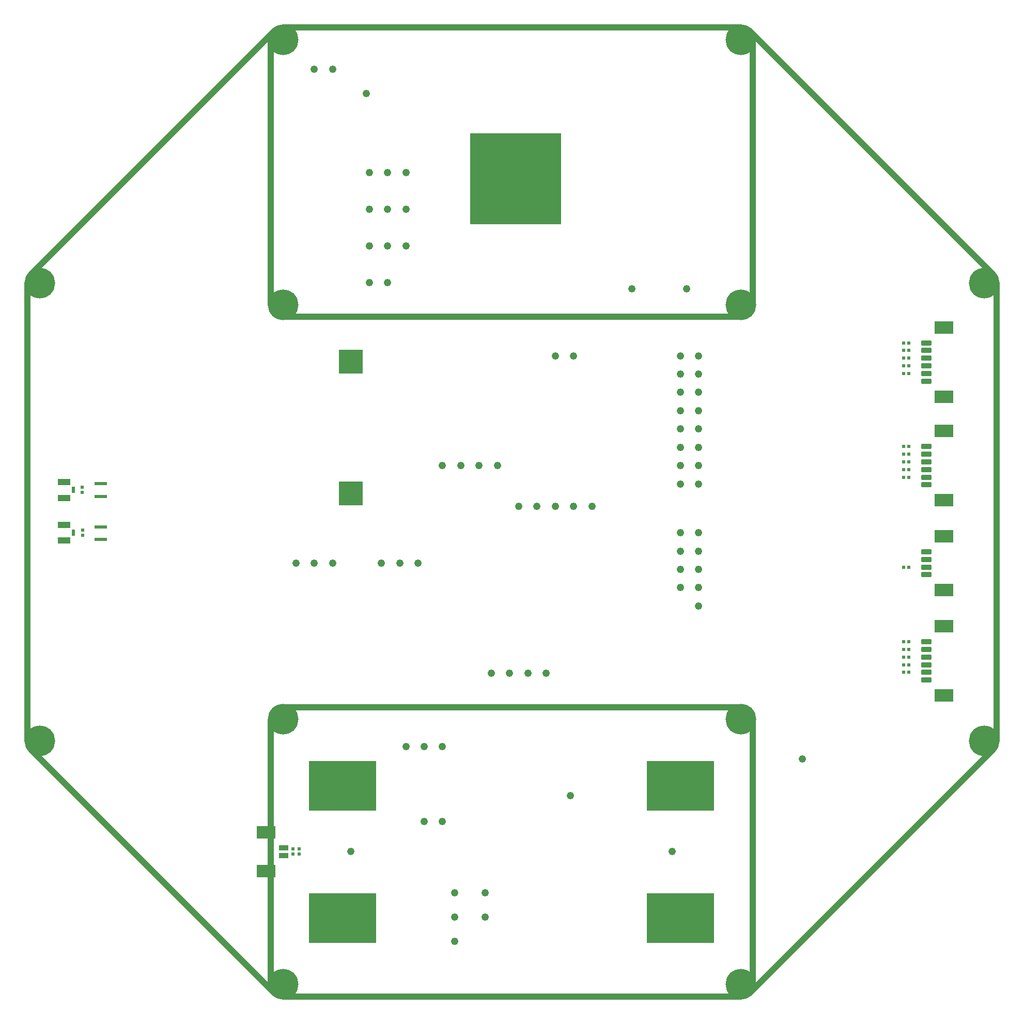
<source format=gbs>
G04*
G04 #@! TF.GenerationSoftware,Altium Limited,Altium Designer,20.0.13 (296)*
G04*
G04 Layer_Color=16711935*
%FSLAX25Y25*%
%MOIN*%
G70*
G01*
G75*
%ADD69C,0.03937*%
%ADD70C,0.01000*%
%ADD93R,0.02126X0.01929*%
%ADD104R,0.11890X0.08346*%
G04:AMPARAMS|DCode=105|XSize=63.78mil|YSize=32.68mil|CornerRadius=3.58mil|HoleSize=0mil|Usage=FLASHONLY|Rotation=0.000|XOffset=0mil|YOffset=0mil|HoleType=Round|Shape=RoundedRectangle|*
%AMROUNDEDRECTD105*
21,1,0.06378,0.02551,0,0,0.0*
21,1,0.05661,0.03268,0,0,0.0*
1,1,0.00717,0.02831,-0.01276*
1,1,0.00717,-0.02831,-0.01276*
1,1,0.00717,-0.02831,0.01276*
1,1,0.00717,0.02831,0.01276*
%
%ADD105ROUNDEDRECTD105*%
%ADD106R,0.07953X0.04016*%
%ADD107R,0.02441X0.04016*%
%ADD119R,0.01929X0.02126*%
%ADD122C,0.09921*%
%ADD123C,0.02953*%
%ADD124C,0.19764*%
%ADD125C,0.04803*%
%ADD141R,0.59055X0.59055*%
%ADD142R,0.07953X0.02441*%
%ADD143R,0.06378X0.03268*%
%ADD144R,0.15827X0.15827*%
%ADD145R,0.43701X0.31890*%
D69*
X633000Y468074D02*
G03*
X630694Y473642I-7874J0D01*
G01*
X630694Y167230D02*
G03*
X633000Y172798I-5568J5568D01*
G01*
X468074Y7873D02*
G03*
X473642Y10179I0J7874D01*
G01*
X167230Y10179D02*
G03*
X172798Y7873I5568J5568D01*
G01*
X7873Y172799D02*
G03*
X10179Y167231I7874J0D01*
G01*
X172799Y633000D02*
G03*
X167231Y630694I0J-7874D01*
G01*
X10179Y473643D02*
G03*
X7873Y468075I5568J-5568D01*
G01*
X172799Y446352D02*
X468075Y446353D01*
X475949Y625126D02*
X475949Y454773D01*
X164925Y624579D02*
X164925Y454226D01*
X475948Y186647D02*
X475948Y16294D01*
X164924Y186100D02*
X164924Y15747D01*
X172798Y194520D02*
X468074Y194521D01*
X473643Y630693D02*
X630694Y473642D01*
X473642Y10179D02*
X630693Y167230D01*
X172799Y7873D02*
X468074Y7873D01*
X10179Y167231D02*
X167230Y10180D01*
X10180Y473643D02*
X167231Y630694D01*
X7873Y468074D02*
X7873Y172799D01*
X7873Y468074D02*
X7873Y172799D01*
X633000Y468074D02*
X633000Y172799D01*
X172799Y7873D02*
X468074Y7873D01*
X172799Y633000D02*
X468074Y633000D01*
D70*
X10179Y473643D02*
X10180D01*
X167230Y630694D02*
X167231D01*
D93*
X183071Y103091D02*
D03*
Y99705D02*
D03*
X43200Y333007D02*
D03*
Y336393D02*
D03*
X43307Y305394D02*
D03*
Y308780D02*
D03*
X179134Y103091D02*
D03*
Y99705D02*
D03*
D104*
X599213Y439608D02*
D03*
Y394923D02*
D03*
Y304823D02*
D03*
Y269980D02*
D03*
X161811Y113898D02*
D03*
Y88898D02*
D03*
X599213Y372679D02*
D03*
Y327994D02*
D03*
Y246694D02*
D03*
Y202009D02*
D03*
D105*
X587795Y424647D02*
D03*
Y429568D02*
D03*
Y419726D02*
D03*
Y409883D02*
D03*
Y414805D02*
D03*
Y404962D02*
D03*
Y289862D02*
D03*
Y294783D02*
D03*
Y284941D02*
D03*
Y280020D02*
D03*
Y357718D02*
D03*
Y362639D02*
D03*
Y352797D02*
D03*
Y342954D02*
D03*
Y347876D02*
D03*
Y338033D02*
D03*
Y231734D02*
D03*
Y236655D02*
D03*
Y226813D02*
D03*
Y216970D02*
D03*
Y221891D02*
D03*
Y212049D02*
D03*
D106*
X31496Y339764D02*
D03*
Y329528D02*
D03*
X31492Y312205D02*
D03*
Y301969D02*
D03*
D107*
X37402Y334646D02*
D03*
X37398Y307087D02*
D03*
D119*
X576496Y284941D02*
D03*
X573110D02*
D03*
Y342954D02*
D03*
X576496D02*
D03*
X573110Y347876D02*
D03*
X576496D02*
D03*
X573110Y352797D02*
D03*
X576496D02*
D03*
X573110Y216970D02*
D03*
X576496D02*
D03*
X573110Y221891D02*
D03*
X576496D02*
D03*
X573110Y226813D02*
D03*
X576496D02*
D03*
X573110Y409883D02*
D03*
X576496D02*
D03*
X573110Y414805D02*
D03*
X576496D02*
D03*
X573110Y419726D02*
D03*
X576496D02*
D03*
X573110Y357718D02*
D03*
X576496D02*
D03*
X573110Y362639D02*
D03*
X576496D02*
D03*
X573110Y231734D02*
D03*
X576496D02*
D03*
X573110Y236655D02*
D03*
X576496D02*
D03*
X573110Y424647D02*
D03*
X576496D02*
D03*
X573110Y429568D02*
D03*
X576496D02*
D03*
D122*
X444202Y58479D02*
D03*
X414202Y68480D02*
D03*
Y48480D02*
D03*
X226171D02*
D03*
Y68480D02*
D03*
X196171Y58479D02*
D03*
Y143924D02*
D03*
X226171Y153924D02*
D03*
Y133924D02*
D03*
X414202D02*
D03*
Y153924D02*
D03*
X444202Y143924D02*
D03*
D123*
X475948Y68197D02*
D03*
Y60717D02*
D03*
Y53237D02*
D03*
Y45757D02*
D03*
Y38277D02*
D03*
Y23317D02*
D03*
Y30797D02*
D03*
Y165437D02*
D03*
Y83157D02*
D03*
Y75677D02*
D03*
Y120557D02*
D03*
Y128037D02*
D03*
Y135517D02*
D03*
Y142997D02*
D03*
Y150477D02*
D03*
Y157957D02*
D03*
Y172917D02*
D03*
X164872Y157957D02*
D03*
Y150477D02*
D03*
Y142997D02*
D03*
Y135517D02*
D03*
Y128037D02*
D03*
Y120557D02*
D03*
Y75677D02*
D03*
X164900Y81400D02*
D03*
X164872Y165437D02*
D03*
X164872Y23317D02*
D03*
X164872Y38277D02*
D03*
Y45757D02*
D03*
Y53237D02*
D03*
Y60717D02*
D03*
Y68197D02*
D03*
X7873Y196761D02*
D03*
Y180800D02*
D03*
Y188780D02*
D03*
Y324448D02*
D03*
Y236663D02*
D03*
Y228683D02*
D03*
Y220702D02*
D03*
Y212722D02*
D03*
Y204741D02*
D03*
Y244643D02*
D03*
Y252624D02*
D03*
Y260604D02*
D03*
Y268585D02*
D03*
Y276565D02*
D03*
Y284545D02*
D03*
Y292526D02*
D03*
Y300506D02*
D03*
Y308487D02*
D03*
Y316467D02*
D03*
Y452134D02*
D03*
Y364350D02*
D03*
Y356369D02*
D03*
Y348389D02*
D03*
Y340408D02*
D03*
Y332428D02*
D03*
Y372330D02*
D03*
Y380311D02*
D03*
Y388291D02*
D03*
Y396271D02*
D03*
Y404252D02*
D03*
Y412232D02*
D03*
Y420213D02*
D03*
Y428193D02*
D03*
Y436173D02*
D03*
Y444154D02*
D03*
Y460115D02*
D03*
X633000Y444112D02*
D03*
Y460073D02*
D03*
Y452093D02*
D03*
Y316425D02*
D03*
Y404210D02*
D03*
Y412190D02*
D03*
Y420171D02*
D03*
Y428151D02*
D03*
Y436132D02*
D03*
Y396230D02*
D03*
Y388249D02*
D03*
Y380269D02*
D03*
Y372288D02*
D03*
Y364308D02*
D03*
Y356328D02*
D03*
Y348347D02*
D03*
Y340367D02*
D03*
Y332386D02*
D03*
Y324406D02*
D03*
Y188739D02*
D03*
Y276523D02*
D03*
Y284504D02*
D03*
Y292484D02*
D03*
Y300465D02*
D03*
Y308445D02*
D03*
Y268543D02*
D03*
Y260562D02*
D03*
Y252582D02*
D03*
Y244602D02*
D03*
Y236621D02*
D03*
Y228641D02*
D03*
Y220660D02*
D03*
Y212680D02*
D03*
Y204700D02*
D03*
Y196719D02*
D03*
Y180758D02*
D03*
X444112Y7873D02*
D03*
X460073D02*
D03*
X452093D02*
D03*
X316425D02*
D03*
X404210D02*
D03*
X412190D02*
D03*
X420171D02*
D03*
X428151D02*
D03*
X436132D02*
D03*
X396230D02*
D03*
X388249D02*
D03*
X380269D02*
D03*
X372288D02*
D03*
X364308D02*
D03*
X356328D02*
D03*
X348347D02*
D03*
X340367D02*
D03*
X332386D02*
D03*
X324406D02*
D03*
X188739D02*
D03*
X276523D02*
D03*
X284504D02*
D03*
X292484D02*
D03*
X300465D02*
D03*
X308445D02*
D03*
X268543D02*
D03*
X260562D02*
D03*
X252582D02*
D03*
X244602D02*
D03*
X236621D02*
D03*
X228641D02*
D03*
X220660D02*
D03*
X212680D02*
D03*
X204699D02*
D03*
X196719D02*
D03*
X180758D02*
D03*
X459159Y633000D02*
D03*
X443301Y633000D02*
D03*
X435373D02*
D03*
X427444D02*
D03*
X419515D02*
D03*
X411586D02*
D03*
X403658D02*
D03*
X395729D02*
D03*
X387800D02*
D03*
X379871D02*
D03*
X371943D02*
D03*
X332299D02*
D03*
X340228D02*
D03*
X348156D02*
D03*
X356085D02*
D03*
X364014D02*
D03*
X451230D02*
D03*
X316441D02*
D03*
X308512D02*
D03*
X300584D02*
D03*
X292655D02*
D03*
X284726D02*
D03*
X276798D02*
D03*
X268869D02*
D03*
X260940D02*
D03*
X253011D02*
D03*
X245082D02*
D03*
X205439D02*
D03*
X213367D02*
D03*
X221296D02*
D03*
X229225D02*
D03*
X237154D02*
D03*
X324370D02*
D03*
X189581D02*
D03*
X181652Y633000D02*
D03*
X197510Y633000D02*
D03*
D124*
X468074Y186647D02*
D03*
X172798D02*
D03*
X468075Y454226D02*
D03*
X172799D02*
D03*
X15747Y468075D02*
D03*
X15746Y172799D02*
D03*
X625126Y172798D02*
D03*
X625126Y468074D02*
D03*
X172798Y15747D02*
D03*
X468074Y15747D02*
D03*
X172799Y625127D02*
D03*
X468075Y625126D02*
D03*
D125*
X360236Y421300D02*
D03*
X216535Y101400D02*
D03*
X423764Y101397D02*
D03*
X303150Y74803D02*
D03*
Y59055D02*
D03*
X283465Y43307D02*
D03*
Y74803D02*
D03*
Y59055D02*
D03*
X507874Y161201D02*
D03*
X263779Y120866D02*
D03*
X275590D02*
D03*
X275590Y169291D02*
D03*
X251969D02*
D03*
X263779D02*
D03*
X358268Y137598D02*
D03*
X240158Y492126D02*
D03*
X251969D02*
D03*
X228346D02*
D03*
X324803Y324300D02*
D03*
X440945Y259842D02*
D03*
X287402Y350394D02*
D03*
X299213D02*
D03*
X440945Y307087D02*
D03*
Y295276D02*
D03*
Y283465D02*
D03*
X429134Y271654D02*
D03*
Y283465D02*
D03*
Y295276D02*
D03*
Y307087D02*
D03*
X204724Y606299D02*
D03*
X192913D02*
D03*
X228346Y468504D02*
D03*
X240158D02*
D03*
X311024Y350394D02*
D03*
X275590D02*
D03*
X251969Y539370D02*
D03*
X240158D02*
D03*
X228346D02*
D03*
X240158Y515748D02*
D03*
X228346D02*
D03*
X251969D02*
D03*
X226378Y590551D02*
D03*
X248031Y287402D02*
D03*
X236221D02*
D03*
X259842D02*
D03*
X181102D02*
D03*
X204724D02*
D03*
X192913D02*
D03*
X372047Y324300D02*
D03*
X360236D02*
D03*
X348425D02*
D03*
X336614D02*
D03*
X397638Y464567D02*
D03*
X433071D02*
D03*
X429134Y421260D02*
D03*
X440945D02*
D03*
X429134Y409449D02*
D03*
X440945D02*
D03*
X429134Y397638D02*
D03*
X440945D02*
D03*
X429134Y385827D02*
D03*
X440945D02*
D03*
X429134Y374016D02*
D03*
X440945D02*
D03*
X429134Y362205D02*
D03*
X440945D02*
D03*
X429134Y350394D02*
D03*
X440945D02*
D03*
X429134Y338583D02*
D03*
X440945D02*
D03*
X342520Y216535D02*
D03*
X330709D02*
D03*
X318898Y216500D02*
D03*
X307087Y216535D02*
D03*
X440945Y271654D02*
D03*
X348425Y421200D02*
D03*
D141*
X322835Y535433D02*
D03*
D142*
X55118Y302666D02*
D03*
Y310934D02*
D03*
Y330512D02*
D03*
Y338779D02*
D03*
D143*
X173228Y103858D02*
D03*
Y98937D02*
D03*
D144*
X216535Y332480D02*
D03*
Y417323D02*
D03*
D145*
X429242Y58479D02*
D03*
X211131D02*
D03*
Y143924D02*
D03*
X429242D02*
D03*
M02*

</source>
